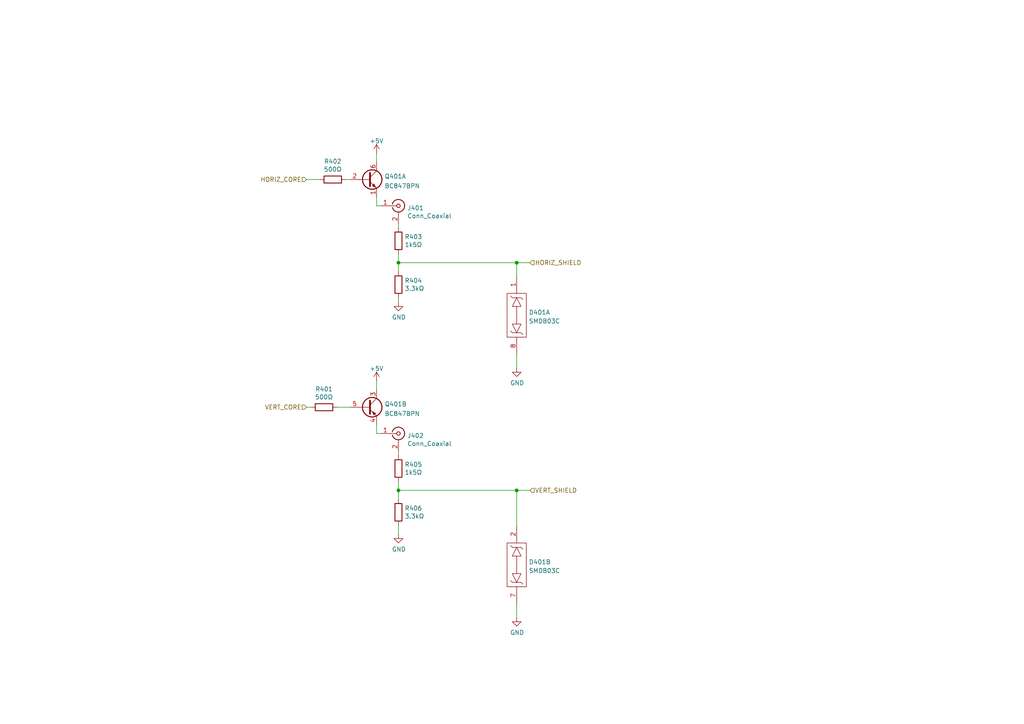
<source format=kicad_sch>
(kicad_sch (version 20230121) (generator eeschema)
  (paper "A4")
  (lib_symbols
    (symbol "CoaxTester:SMDB03C"
      (property "Reference" "D" (at 3.302 -5.588 0))
      (property "Value" "SMDB03C" (at -3.556 0 90))
      (symbol "SMDB03C_0_1"
        (rectangle (start -2.794 6.35) (end 2.794 -6.35) (stroke (width 0.1524)))
        (polyline (pts (xy -1.27 -5.08) (xy -1.778 -4.572)) (stroke (width 0.1524)))
        (polyline (pts (xy -1.27 -5.08) (xy 1.27 -5.08)) (stroke (width 0.1524)))
        (polyline (pts (xy -1.27 5.08) (xy -1.778 5.588)) (stroke (width 0.1524)))
        (polyline (pts (xy -1.27 5.08) (xy 1.27 5.08)) (stroke (width 0.1524)))
        (polyline (pts (xy 0 2.54) (xy 0 -2.54)) (stroke (width 0.1524)))
        (polyline (pts (xy 1.27 -5.08) (xy 1.778 -5.588)) (stroke (width 0.1524)))
        (polyline (pts (xy 1.27 5.08) (xy 1.778 4.572)) (stroke (width 0.1524)))
        (polyline (pts (xy 0 -5.08) (xy -1.27 -2.54) (xy 1.27 -2.54) (xy 0 -5.08)) (stroke (width 0.1524)))
        (polyline (pts (xy 0 5.08) (xy -1.27 2.54) (xy 1.27 2.54) (xy 0 5.08)) (stroke (width 0.1524)))
      )
      (symbol "SMDB03C_1_1"
        (pin passive line (at 0 11.43 270) (length 5.08) (name "") (number "1"))
        (pin passive line (at 0 -11.43 90) (length 5.08) (name "") (number "8"))
      )
      (symbol "SMDB03C_2_1"
        (pin passive line (at 0 11.43 270) (length 5.08) (name "") (number "2"))
        (pin passive line (at 0 -11.43 90) (length 5.08) (name "") (number "7"))
      )
      (symbol "SMDB03C_3_1"
        (pin passive line (at 0 11.43 270) (length 5.08) (name "") (number "3"))
        (pin passive line (at 0 -11.43 90) (length 5.08) (name "") (number "6"))
      )
      (symbol "SMDB03C_4_1"
        (pin passive line (at 0 11.43 270) (length 5.08) (name "") (number "4"))
        (pin passive line (at 0 -11.43 90) (length 5.08) (name "") (number "5"))
      )
    )
    (symbol "Connector:Conn_Coaxial" (pin_names (offset 1.016) hide)
      (property "Reference" "J" (at 0.254 3.048 0))
      (property "Value" "Conn_Coaxial" (at 2.921 0 90))
      (symbol "Conn_Coaxial_0_1"
        (arc (start -1.778 -0.508) (mid 0.222 -1.808) (end 1.778 0) (stroke (width 0.254)))
        (polyline (pts (xy -2.54 0) (xy -0.508 0)))
        (polyline (pts (xy 0 -2.54) (xy 0 -1.778)))
        (circle (center 0 0) (radius 0.508) (stroke (width 0.2032)))
        (arc (start 1.778 0) (mid 0.222 1.8083) (end -1.778 0.508) (stroke (width 0.254)))
      )
      (symbol "Conn_Coaxial_1_1"
        (pin passive line (at -5.08 0 0) (length 2.54) (name "In") (number "1"))
        (pin passive line (at 0 -5.08 90) (length 2.54) (name "Ext") (number "2"))
      )
    )
    (symbol "Device:R" (pin_numbers hide) (pin_names (offset 0))
      (property "Reference" "R" (at 2.032 0 90))
      (property "Value" "R" (at 0 0 90))
      (symbol "R_0_1"
        (rectangle (start -1.016 -2.54) (end 1.016 2.54) (stroke (width 0.254)))
      )
      (symbol "R_1_1"
        (pin passive line (at 0 3.81 270) (length 1.27) (name "~") (number "1"))
        (pin passive line (at 0 -3.81 90) (length 1.27) (name "~") (number "2"))
      )
    )
    (symbol "Transistor_BJT:BC847BPN" (pin_names (offset 0) hide)
      (property "Reference" "Q" (at 5.08 1.27 0))
      (property "Value" "BC847BPN" (at 5.08 -1.27 0))
      (symbol "BC847BPN_0_1"
        (polyline (pts (xy 0.635 0) (xy -2.54 0)))
        (circle (center 1.27 0) (radius 2.8194) (stroke (width 0.254)))
        (circle (center 1.27 0) (radius 2.8194) (stroke (width 0.254)))
      )
      (symbol "BC847BPN_1_1"
        (polyline (pts (xy 0.635 0.635) (xy 2.54 2.54)))
        (polyline (pts (xy 0.635 -0.635) (xy 2.54 -2.54) (xy 2.54 -2.54)))
        (polyline (pts (xy 0.635 1.905) (xy 0.635 -1.905) (xy 0.635 -1.905)) (stroke (width 0.508)))
        (polyline (pts (xy 1.27 -1.778) (xy 1.778 -1.27) (xy 2.286 -2.286) (xy 1.27 -1.778) (xy 1.27 -1.778)) (fill (type outline)))
        (pin passive line (at 2.54 -5.08 90) (length 2.54) (name "E1") (number "1"))
        (pin input line (at -5.08 0 0) (length 2.54) (name "B1") (number "2"))
        (pin passive line (at 2.54 5.08 270) (length 2.54) (name "C1") (number "6"))
      )
      (symbol "BC847BPN_2_1"
        (polyline (pts (xy 0.635 0.635) (xy 2.54 2.54)))
        (polyline (pts (xy 0.635 -0.635) (xy 2.54 -2.54) (xy 2.54 -2.54)))
        (polyline (pts (xy 0.635 1.905) (xy 0.635 -1.905) (xy 0.635 -1.905)) (stroke (width 0.508)))
        (polyline (pts (xy 2.286 -1.778) (xy 1.778 -2.286) (xy 1.27 -1.27) (xy 2.286 -1.778) (xy 2.286 -1.778)) (fill (type outline)))
        (pin passive line (at 2.54 5.08 270) (length 2.54) (name "C2") (number "3"))
        (pin passive line (at 2.54 -5.08 90) (length 2.54) (name "E2") (number "4"))
        (pin input line (at -5.08 0 0) (length 2.54) (name "B2") (number "5"))
      )
    )
    (symbol "power:+5V" (power) (pin_names (offset 0))
      (property "Value" "+5V" (at 0 3.556 0))
      (symbol "+5V_0_1"
        (polyline (pts (xy -0.762 1.27) (xy 0 2.54)))
        (polyline (pts (xy 0 0) (xy 0 2.54)))
        (polyline (pts (xy 0 2.54) (xy 0.762 1.27)))
      )
      (symbol "+5V_1_1"
        (pin power_in line (at 0 0 90) (length 0) hide (name "+5V") (number "1"))
      )
    )
    (symbol "power:GND" (power) (pin_names (offset 0))
      (property "Value" "GND" (at 0 -3.81 0))
      (symbol "GND_0_1"
        (polyline (pts (xy 0 0) (xy 0 -1.27) (xy 1.27 -1.27) (xy 0 -2.54) (xy -1.27 -1.27) (xy 0 -1.27)))
      )
      (symbol "GND_1_1"
        (pin power_in line (at 0 0 270) (length 0) hide (name "GND") (number "1"))
      )
    )
  )
  (junction (at 115.57 76.2))
  (junction (at 149.86 76.2))
  (junction (at 115.57 142.24))
  (junction (at 149.86 142.24))
  (wire (pts (xy 88.9 118.11) (xy 90.17 118.11)))
  (wire (pts (xy 109.22 125.73) (xy 110.49 125.73)))
  (wire (pts (xy 115.57 73.66) (xy 115.57 76.2)))
  (wire (pts (xy 115.57 76.2) (xy 149.86 76.2)))
  (wire (pts (xy 115.57 86.36) (xy 115.57 87.63)))
  (wire (pts (xy 115.57 139.7) (xy 115.57 142.24)))
  (wire (pts (xy 97.79 118.11) (xy 101.6 118.11)))
  (wire (pts (xy 115.57 142.24) (xy 115.57 144.78)))
  (wire (pts (xy 149.86 102.87) (xy 149.86 106.68)))
  (wire (pts (xy 109.22 59.69) (xy 110.49 59.69)))
  (wire (pts (xy 115.57 76.2) (xy 115.57 78.74)))
  (wire (pts (xy 115.57 142.24) (xy 149.86 142.24)))
  (wire (pts (xy 109.22 113.03) (xy 109.22 110.49)))
  (wire (pts (xy 109.22 46.99) (xy 109.22 44.45)))
  (wire (pts (xy 115.57 130.81) (xy 115.57 132.08)))
  (wire (pts (xy 115.57 152.4) (xy 115.57 154.94)))
  (wire (pts (xy 149.86 76.2) (xy 153.67 76.2)))
  (wire (pts (xy 149.86 76.2) (xy 149.86 80.01)))
  (wire (pts (xy 88.9 52.07) (xy 92.71 52.07)))
  (wire (pts (xy 115.57 64.77) (xy 115.57 66.04)))
  (wire (pts (xy 149.86 142.24) (xy 153.67 142.24)))
  (wire (pts (xy 149.86 175.26) (xy 149.86 179.07)))
  (wire (pts (xy 100.33 52.07) (xy 101.6 52.07)))
  (wire (pts (xy 109.22 123.19) (xy 109.22 125.73)))
  (wire (pts (xy 109.22 57.15) (xy 109.22 59.69)))
  (wire (pts (xy 149.86 142.24) (xy 149.86 152.4)))
  (hierarchical_label "HORIZ_SHIELD" (shape input) (at 153.67 76.2 0))
  (hierarchical_label "HORIZ_CORE" (shape input) (at 88.9 52.07 180))
  (hierarchical_label "VERT_SHIELD" (shape input) (at 153.67 142.24 0))
  (hierarchical_label "VERT_CORE" (shape input) (at 88.9 118.11 180))
  (symbol (lib_id "Device:R") (at 96.52 52.07 270) (unit 1)
    (property "Reference" "R402" (at 96.52 46.8122 90))
    (property "Value" "500Ω" (at 96.52 49.1236 90))
    (property "Footprint" "Resistor_SMD:R_0805_2012Metric" (effects hide))
  )
  (symbol (lib_id "Device:R") (at 115.57 69.85 0) (unit 1)
    (property "Reference" "R403" (at 117.348 68.6816 0) (effects (justify left)))
    (property "Value" "1k5Ω" (at 117.348 70.993 0) (effects (justify left)))
    (property "Footprint" "Resistor_SMD:R_0805_2012Metric" (effects hide))
  )
  (symbol (lib_id "power:GND") (at 115.57 87.63 0) (unit 1)
    (property "Reference" "#PWR0403" (effects hide))
    (property "Value" "GND" (at 115.697 92.0242 0))
  )
  (symbol (lib_id "Device:R") (at 115.57 82.55 0) (unit 1)
    (property "Reference" "R404" (at 117.348 81.3816 0) (effects (justify left)))
    (property "Value" "3.3kΩ" (at 117.348 83.693 0) (effects (justify left)))
    (property "Footprint" "Resistor_SMD:R_0805_2012Metric" (effects hide))
  )
  (symbol (lib_id "Device:R") (at 115.57 135.89 0) (unit 1)
    (property "Reference" "R405" (at 117.348 134.7216 0) (effects (justify left)))
    (property "Value" "1k5Ω" (at 117.348 137.033 0) (effects (justify left)))
    (property "Footprint" "Resistor_SMD:R_0805_2012Metric" (effects hide))
  )
  (symbol (lib_id "power:GND") (at 115.57 154.94 0) (unit 1)
    (property "Reference" "#PWR0404" (effects hide))
    (property "Value" "GND" (at 115.697 159.3342 0))
  )
  (symbol (lib_id "Device:R") (at 115.57 148.59 0) (unit 1)
    (property "Reference" "R406" (at 117.348 147.4216 0) (effects (justify left)))
    (property "Value" "3.3kΩ" (at 117.348 149.733 0) (effects (justify left)))
    (property "Footprint" "Resistor_SMD:R_0805_2012Metric" (effects hide))
  )
  (symbol (lib_id "Connector:Conn_Coaxial") (at 115.57 59.69 0) (unit 1)
    (property "Reference" "J401" (at 118.11 60.325 0) (effects (justify left)))
    (property "Value" "Conn_Coaxial" (at 118.11 62.6364 0) (effects (justify left)))
    (property "Footprint" "CoaxTester:FB_EPG" (effects hide))
    (property "Datasheet" " ~" (effects hide))
  )
  (symbol (lib_id "Connector:Conn_Coaxial") (at 115.57 125.73 0) (unit 1)
    (property "Reference" "J402" (at 118.11 126.365 0) (effects (justify left)))
    (property "Value" "Conn_Coaxial" (at 118.11 128.6764 0) (effects (justify left)))
    (property "Footprint" "CoaxTester:FB_EPG" (effects hide))
    (property "Datasheet" " ~" (effects hide))
  )
  (symbol (lib_id "Device:R") (at 93.98 118.11 270) (unit 1)
    (property "Reference" "R401" (at 93.98 112.8522 90))
    (property "Value" "500Ω" (at 93.98 115.1636 90))
    (property "Footprint" "Resistor_SMD:R_0805_2012Metric" (effects hide))
  )
  (symbol (lib_id "Transistor_BJT:BC847BPN") (at 106.68 118.11 0) (unit 2)
    (property "Reference" "Q401" (at 111.5314 117.2015 0) (effects (justify left)))
    (property "Value" "BC847BPN" (at 111.5314 119.9766 0) (effects (justify left)))
    (property "Footprint" "Package_TO_SOT_SMD:SOT-363_SC-70-6" (effects hide))
    (property "Datasheet" "https://assets.nexperia.com/documents/data-sheet/BC847BPN.pdf" (effects hide))
  )
  (symbol (lib_id "power:GND") (at 149.86 179.07 0) (unit 1)
    (property "Reference" "#PWR0406" (effects hide))
    (property "Value" "GND" (at 149.987 183.4642 0))
  )
  (symbol (lib_id "power:+5V") (at 109.22 44.45 0) (unit 1)
    (property "Reference" "#PWR0401" (effects hide))
    (property "Value" "+5V" (at 109.22 40.8742 0))
  )
  (symbol (lib_id "power:+5V") (at 109.22 110.49 0) (unit 1)
    (property "Reference" "#PWR0402" (effects hide))
    (property "Value" "+5V" (at 109.22 106.9142 0))
  )
  (symbol (lib_id "CoaxTester:SMDB03C") (at 149.86 91.44 0) (unit 1)
    (property "Reference" "D401" (at 153.3652 90.6053 0) (effects (justify left)))
    (property "Value" "SMDB03C" (at 153.3652 93.1422 0) (effects (justify left)))
    (property "Footprint" "Package_SO:SO-8_3.9x4.9mm_P1.27mm" (effects hide))
    (property "Datasheet" "https://www.smc-diodes.com/propdf/SMDB03C%20THRU%20SMDB24C%20N0426%20REV.A.pdf" (effects hide))
  )
  (symbol (lib_id "CoaxTester:SMDB03C") (at 149.86 163.83 0) (unit 2)
    (property "Reference" "D401" (at 153.3652 162.9953 0) (effects (justify left)))
    (property "Value" "SMDB03C" (at 153.3652 165.5322 0) (effects (justify left)))
    (property "Footprint" "Package_SO:SO-8_3.9x4.9mm_P1.27mm" (effects hide))
    (property "Datasheet" "https://www.smc-diodes.com/propdf/SMDB03C%20THRU%20SMDB24C%20N0426%20REV.A.pdf" (effects hide))
  )
  (symbol (lib_id "Transistor_BJT:BC847BPN") (at 106.68 52.07 0) (unit 1)
    (property "Reference" "Q401" (at 111.5314 51.1615 0) (effects (justify left)))
    (property "Value" "BC847BPN" (at 111.5314 53.9366 0) (effects (justify left)))
    (property "Footprint" "Package_TO_SOT_SMD:SOT-363_SC-70-6" (effects hide))
    (property "Datasheet" "https://assets.nexperia.com/documents/data-sheet/BC847BPN.pdf" (effects hide))
  )
  (symbol (lib_id "power:GND") (at 149.86 106.68 0) (unit 1)
    (property "Reference" "#PWR0405" (effects hide))
    (property "Value" "GND" (at 149.987 111.0742 0))
  )
)
</source>
